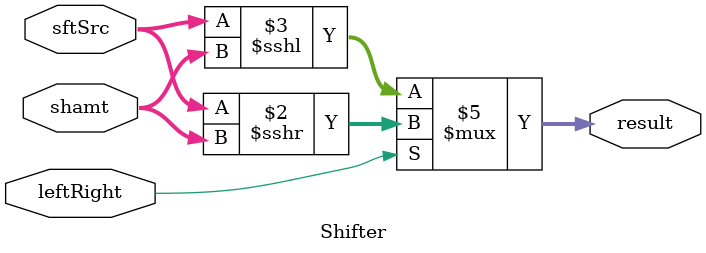
<source format=v>
module Shifter (
    leftRight,
    shamt,
    sftSrc,
    result
);

  //I/O ports
  input leftRight;  //0:sll , 1:srl
  input [5-1:0] shamt;
  input [32-1:0] sftSrc;

  output [32-1:0] result;

  //Internal Signals
  reg [32-1:0] result;

  //Main function

always@(*) begin
    if (leftRight) // shift right
        result = sftSrc >>> shamt;
    else // shift left
        result = sftSrc <<< shamt;
end

endmodule

</source>
